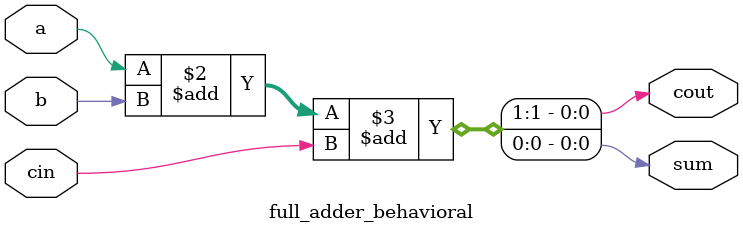
<source format=v>
module full_adder_behavioral (
    input a,
    input b,
    input cin,
    output cout,
    output sum
);

    always @(*) begin
        {cout, sum} = a + b + cin; 
    end        

endmodule //full_adder_behavioral
</source>
